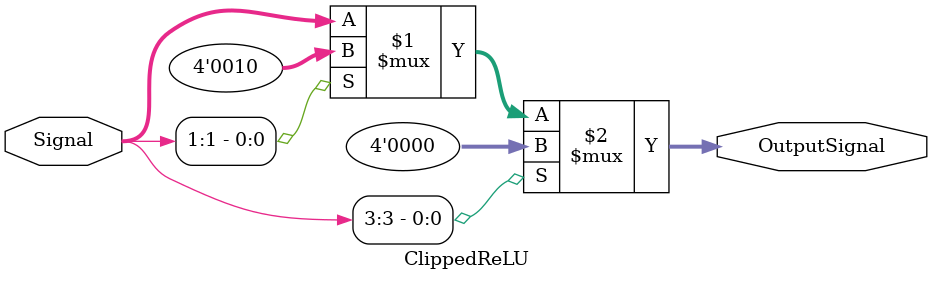
<source format=v>
module ClippedReLU (
  input  wire [3:0] Signal,
  output wire [3:0] OutputSignal
);
  assign OutputSignal = Signal[3]? 4'b0000 : (Signal[1]? 4'b0010 : Signal); //Assunming the constant is 2
endmodule

</source>
